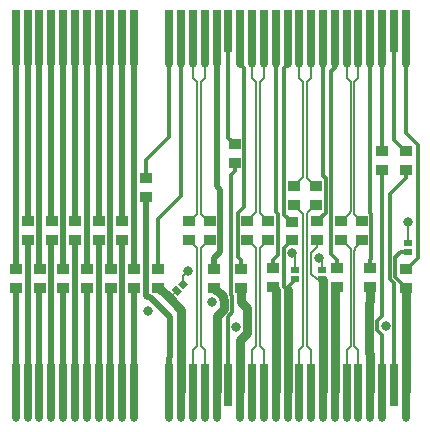
<source format=gtl>
G04 #@! TF.GenerationSoftware,KiCad,Pcbnew,(5.0.0-rc2-dev-707-g2ed24a4)*
G04 #@! TF.CreationDate,2018-05-18T15:55:42+01:00*
G04 #@! TF.ProjectId,pcie-probing-riser,706369652D70726F62696E672D726973,rev?*
G04 #@! TF.SameCoordinates,Original*
G04 #@! TF.FileFunction,Copper,L1,Top,Signal*
G04 #@! TF.FilePolarity,Positive*
%FSLAX46Y46*%
G04 Gerber Fmt 4.6, Leading zero omitted, Abs format (unit mm)*
G04 Created by KiCad (PCBNEW (5.0.0-rc2-dev-707-g2ed24a4)) date Friday, 18 May 2018 at 15:55:42*
%MOMM*%
%LPD*%
G01*
G04 APERTURE LIST*
%ADD10C,0.650000*%
%ADD11R,0.650000X4.600000*%
%ADD12R,0.650000X3.600000*%
%ADD13R,1.000000X0.820000*%
%ADD14C,0.575000*%
%ADD15C,0.100000*%
%ADD16R,0.650000X0.575000*%
%ADD17C,0.800000*%
%ADD18C,0.500000*%
%ADD19C,0.300000*%
%ADD20C,0.150000*%
%ADD21C,0.800000*%
G04 APERTURE END LIST*
D10*
X32975001Y-2825001D03*
D11*
X32975001Y-525001D03*
D12*
X31975001Y-25001D03*
D10*
X30975001Y-2825001D03*
D11*
X30975001Y-525001D03*
D10*
X29975001Y-2825001D03*
D11*
X29975001Y-525001D03*
D10*
X28975001Y-2825001D03*
D11*
X28975001Y-525001D03*
D10*
X27975001Y-2825001D03*
D11*
X27975001Y-525001D03*
D10*
X26975001Y-2825001D03*
D11*
X26975001Y-525001D03*
D10*
X25975001Y-2825001D03*
D11*
X25975001Y-525001D03*
D10*
X24975001Y-2825001D03*
D11*
X24975001Y-525001D03*
D10*
X23975001Y-2825001D03*
D11*
X23975001Y-525001D03*
D10*
X22975001Y-2825001D03*
D11*
X22975001Y-525001D03*
D10*
X21975001Y-2825001D03*
D11*
X21975001Y-525001D03*
D10*
X20975001Y-2825001D03*
D11*
X20975001Y-525001D03*
D10*
X19975001Y-2825001D03*
D11*
X19975001Y-525001D03*
D10*
X18975001Y-2825001D03*
D11*
X18975001Y-525001D03*
D12*
X17975001Y-25001D03*
D10*
X16975001Y-2825001D03*
D11*
X16975001Y-525001D03*
D10*
X15975001Y-2825001D03*
D11*
X15975001Y-525001D03*
D10*
X14975001Y-2825001D03*
D11*
X14975001Y-525001D03*
D10*
X13975001Y-2825001D03*
D11*
X13975001Y-525001D03*
D10*
X12975001Y-2825001D03*
D11*
X12975001Y-525001D03*
D10*
X9975001Y-2825001D03*
D11*
X9975001Y-525001D03*
D10*
X8975001Y-2825001D03*
D11*
X8975001Y-525001D03*
D10*
X7975001Y-2825001D03*
D11*
X7975001Y-525001D03*
D10*
X6975001Y-2825001D03*
D11*
X6975001Y-525001D03*
D10*
X5975001Y-2825001D03*
D11*
X5975001Y-525001D03*
D10*
X4975001Y-2825001D03*
D11*
X4975001Y-525001D03*
D10*
X3975001Y-2825001D03*
D11*
X3975001Y-525001D03*
D10*
X2975001Y-2825001D03*
D11*
X2975001Y-525001D03*
D10*
X1975001Y-2825001D03*
D11*
X1975001Y-525001D03*
D10*
X975001Y-2825001D03*
D11*
X975001Y-525001D03*
D10*
X-24999Y-2825001D03*
D11*
X-24999Y-525001D03*
D13*
X0Y8200000D03*
X0Y9800000D03*
X1000000Y12200000D03*
X1000000Y13800000D03*
X2000000Y8200000D03*
X2000000Y9800000D03*
X3000000Y12200000D03*
X3000000Y13800000D03*
X4000000Y8200000D03*
X4000000Y9800000D03*
X5000000Y12200000D03*
X5000000Y13800000D03*
X6000000Y8200000D03*
X6000000Y9800000D03*
X7000000Y12200000D03*
X7000000Y13800000D03*
X8000000Y8200000D03*
X8000000Y9800000D03*
X9000000Y12200000D03*
X9000000Y13800000D03*
X10000000Y8200000D03*
X10000000Y9800000D03*
X11000000Y15900000D03*
X11000000Y17500000D03*
X12000000Y8200000D03*
X12000000Y9800000D03*
X14605000Y12200000D03*
X14605000Y13800000D03*
X16383000Y12200000D03*
X16383000Y13800000D03*
X16750000Y8200000D03*
X16750000Y9800000D03*
X18500000Y18750000D03*
X18500000Y20350000D03*
X19000000Y8200000D03*
X19000000Y9800000D03*
X19558000Y12250000D03*
X19558000Y13850000D03*
X21336000Y12200000D03*
X21336000Y13800000D03*
X21750000Y8250000D03*
X21750000Y9850000D03*
X23317200Y12192000D03*
X23317200Y13792000D03*
X23495000Y15202000D03*
X23495000Y16802000D03*
X25400000Y15200000D03*
X25400000Y16800000D03*
X25501600Y12204800D03*
X25501600Y13804800D03*
X27178000Y8250000D03*
X27178000Y9850000D03*
X27500000Y12200000D03*
X27500000Y13800000D03*
X29250000Y12200000D03*
X29250000Y13800000D03*
X30000000Y8250000D03*
X30000000Y9850000D03*
X31000000Y18200000D03*
X31000000Y19800000D03*
X33000000Y18200000D03*
X33000000Y19800000D03*
X33000000Y8200000D03*
X33000000Y9800000D03*
D14*
X14142404Y8503604D03*
D15*
G36*
X14168921Y8070501D02*
X13709301Y8530121D01*
X14115887Y8936707D01*
X14575507Y8477087D01*
X14168921Y8070501D01*
X14168921Y8070501D01*
G37*
D14*
X13594396Y7955596D03*
D15*
G36*
X13620913Y7522493D02*
X13161293Y7982113D01*
X13567879Y8388699D01*
X14027499Y7929079D01*
X13620913Y7522493D01*
X13620913Y7522493D01*
G37*
D16*
X23571200Y9683900D03*
X23571200Y8908900D03*
X25908000Y8908900D03*
X25908000Y9683900D03*
X33172400Y12020700D03*
X33172400Y11245700D03*
D11*
X-24999Y29424999D03*
D10*
X-24999Y27124999D03*
D11*
X975001Y29424999D03*
D10*
X975001Y27124999D03*
D11*
X1975001Y29424999D03*
D10*
X1975001Y27124999D03*
D11*
X2975001Y29424999D03*
D10*
X2975001Y27124999D03*
D11*
X3975001Y29424999D03*
D10*
X3975001Y27124999D03*
D11*
X4975001Y29424999D03*
D10*
X4975001Y27124999D03*
D11*
X5975001Y29424999D03*
D10*
X5975001Y27124999D03*
D11*
X6975001Y29424999D03*
D10*
X6975001Y27124999D03*
D11*
X7975001Y29424999D03*
D10*
X7975001Y27124999D03*
D11*
X8975001Y29424999D03*
D10*
X8975001Y27124999D03*
D11*
X9975001Y29424999D03*
D10*
X9975001Y27124999D03*
D11*
X12975001Y29424999D03*
D10*
X12975001Y27124999D03*
D11*
X13975001Y29424999D03*
D10*
X13975001Y27124999D03*
D11*
X14975001Y29424999D03*
D10*
X14975001Y27124999D03*
D11*
X15975001Y29424999D03*
D10*
X15975001Y27124999D03*
D11*
X16975001Y29424999D03*
D10*
X16975001Y27124999D03*
D12*
X17975001Y29924999D03*
D11*
X18975001Y29424999D03*
D10*
X18975001Y27124999D03*
D11*
X19975001Y29424999D03*
D10*
X19975001Y27124999D03*
D11*
X20975001Y29424999D03*
D10*
X20975001Y27124999D03*
D11*
X21975001Y29424999D03*
D10*
X21975001Y27124999D03*
D11*
X22975001Y29424999D03*
D10*
X22975001Y27124999D03*
D11*
X23975001Y29424999D03*
D10*
X23975001Y27124999D03*
D11*
X24975001Y29424999D03*
D10*
X24975001Y27124999D03*
D11*
X25975001Y29424999D03*
D10*
X25975001Y27124999D03*
D11*
X26975001Y29424999D03*
D10*
X26975001Y27124999D03*
D11*
X27975001Y29424999D03*
D10*
X27975001Y27124999D03*
D11*
X28975001Y29424999D03*
D10*
X28975001Y27124999D03*
D11*
X29975001Y29424999D03*
D10*
X29975001Y27124999D03*
D11*
X30975001Y29424999D03*
D10*
X30975001Y27124999D03*
D12*
X31975001Y29924999D03*
D11*
X32975001Y29424999D03*
D10*
X32975001Y27124999D03*
D17*
X31292800Y4927600D03*
X16604279Y6943452D03*
X18606022Y4832780D03*
X11125200Y6248400D03*
X14528800Y9601200D03*
X25620899Y10746550D03*
X23370877Y11174619D03*
X33200011Y13724969D03*
D18*
X-24999Y8175001D02*
X0Y8200000D01*
X-24999Y-525001D02*
X-24999Y8175001D01*
X975001Y12175001D02*
X1000000Y12200000D01*
X975001Y-525001D02*
X975001Y12175001D01*
X1975001Y8175001D02*
X2000000Y8200000D01*
X1975001Y-525001D02*
X1975001Y8175001D01*
X3975001Y8175001D02*
X4000000Y8200000D01*
X3975001Y-525001D02*
X3975001Y8175001D01*
X4975001Y12175001D02*
X5000000Y12200000D01*
X4975001Y-525001D02*
X4975001Y12175001D01*
X6975001Y12175001D02*
X7000000Y12200000D01*
X6975001Y-525001D02*
X6975001Y12175001D01*
X7975001Y8175001D02*
X8000000Y8200000D01*
X7975001Y-525001D02*
X7975001Y8175001D01*
X8975001Y12175001D02*
X9000000Y12200000D01*
X8975001Y-525001D02*
X8975001Y12175001D01*
X9975001Y-525001D02*
X9975001Y7975001D01*
X12975001Y2274999D02*
X13000000Y2299998D01*
X12975001Y-525001D02*
X12975001Y2274999D01*
X13000000Y2299998D02*
X13000000Y5750000D01*
X11000000Y7500000D02*
X11000000Y15900000D01*
X11360001Y7389999D02*
X11110001Y7389999D01*
X11110001Y7389999D02*
X11000000Y7500000D01*
X13000000Y5750000D02*
X11360001Y7389999D01*
D19*
X12975001Y27124999D02*
X12975001Y20975001D01*
X11000000Y19000000D02*
X11000000Y17500000D01*
X12975001Y20975001D02*
X11000000Y19000000D01*
X13975001Y29424999D02*
X13975001Y15975001D01*
X12000000Y14000000D02*
X12000000Y9800000D01*
X13975001Y15975001D02*
X12000000Y14000000D01*
D18*
X17283001Y11243001D02*
X17283001Y16466999D01*
X16750000Y10710000D02*
X17283001Y11243001D01*
X16750000Y9800000D02*
X16750000Y10710000D01*
X16975001Y16774999D02*
X16975001Y29424999D01*
X17283001Y16466999D02*
X16975001Y16774999D01*
D19*
X17975001Y20874999D02*
X18500000Y20350000D01*
X17975001Y29924999D02*
X17975001Y20874999D01*
X17906012Y5705645D02*
X17906012Y2143988D01*
X18199999Y17739999D02*
X18199999Y7549999D01*
X18299990Y6099623D02*
X17906012Y5705645D01*
X18500000Y18750000D02*
X18500000Y18040000D01*
X18299990Y7450008D02*
X18299990Y6099623D01*
X17906012Y2143988D02*
X17975001Y2074999D01*
X18500000Y18040000D02*
X18199999Y17739999D01*
X17975001Y2074999D02*
X17975001Y-25001D01*
X18199999Y7549999D02*
X18299990Y7450008D01*
X19000000Y10510000D02*
X19000000Y9800000D01*
X18757999Y14500001D02*
X18757999Y10752001D01*
X18757999Y10752001D02*
X19000000Y10510000D01*
X19300000Y15042002D02*
X18757999Y14500001D01*
X19300000Y26800000D02*
X19300000Y15042002D01*
X18975001Y27124999D02*
X19300000Y26800000D01*
X21750000Y10560000D02*
X21750000Y9850000D01*
X22136001Y10946001D02*
X21750000Y10560000D01*
X22136001Y14450001D02*
X22136001Y10946001D01*
X21975001Y14611001D02*
X22136001Y14450001D01*
X21975001Y27124999D02*
X21975001Y14611001D01*
X22650002Y26800000D02*
X22650002Y14383198D01*
X22650002Y14383198D02*
X23317200Y13716000D01*
X22975001Y27124999D02*
X22650002Y26800000D01*
X25975001Y17675001D02*
X26200001Y17450001D01*
X25975001Y27124999D02*
X25975001Y17675001D01*
X25501600Y13851598D02*
X25501600Y13804800D01*
X26200001Y14549999D02*
X25501600Y13851598D01*
X26200001Y17450001D02*
X26200001Y14549999D01*
X26975001Y29424999D02*
X26975001Y26824999D01*
X26975001Y26824999D02*
X26699999Y26549997D01*
X26699999Y26549997D02*
X26699999Y11038001D01*
X26699999Y11038001D02*
X27178000Y10560000D01*
X27178000Y10560000D02*
X27178000Y9850000D01*
X30000000Y10560000D02*
X30000000Y9850000D01*
X30050001Y10610001D02*
X30000000Y10560000D01*
X30050001Y14450001D02*
X30050001Y10610001D01*
X29975001Y14525001D02*
X30050001Y14450001D01*
X29975001Y27124999D02*
X29975001Y14525001D01*
X30975001Y4209397D02*
X30975001Y2074999D01*
X31000000Y18200000D02*
X31000000Y5772402D01*
X30592799Y5365201D02*
X30592799Y4591599D01*
X30592799Y4591599D02*
X30975001Y4209397D01*
X31000000Y5772402D02*
X30592799Y5365201D01*
X30975001Y2074999D02*
X30975001Y-525001D01*
X30975001Y19824999D02*
X31000000Y19800000D01*
X30975001Y29424999D02*
X30975001Y19824999D01*
X31975001Y20734999D02*
X32910000Y19800000D01*
X32910000Y19800000D02*
X33000000Y19800000D01*
X31975001Y29924999D02*
X31975001Y20734999D01*
X33000000Y18200000D02*
X33000000Y17490000D01*
X31655589Y8908000D02*
X31992801Y8570789D01*
X33000000Y17490000D02*
X31655589Y16145589D01*
X31655589Y16145589D02*
X31655589Y8908000D01*
X31992801Y8570789D02*
X31992801Y2092799D01*
X31992801Y2092799D02*
X31975001Y2074999D01*
X31975001Y2074999D02*
X31975001Y-25001D01*
X32975001Y21275001D02*
X32975001Y29424999D01*
X34000000Y20250002D02*
X32975001Y21275001D01*
X34000000Y10710000D02*
X34000000Y20250002D01*
X33090000Y9800000D02*
X34000000Y10710000D01*
X33000000Y9800000D02*
X33090000Y9800000D01*
D18*
X-24999Y9824999D02*
X0Y9800000D01*
X-24999Y29424999D02*
X-24999Y9824999D01*
X975001Y13824999D02*
X1000000Y13800000D01*
X975001Y27124999D02*
X975001Y13824999D01*
X1975001Y9824999D02*
X2000000Y9800000D01*
X1975001Y29424999D02*
X1975001Y9824999D01*
X2975001Y13824999D02*
X3000000Y13800000D01*
X2975001Y27124999D02*
X2975001Y13824999D01*
X3975001Y9824999D02*
X4000000Y9800000D01*
X3975001Y27124999D02*
X3975001Y9824999D01*
X4975001Y13824999D02*
X5000000Y13800000D01*
X4975001Y27124999D02*
X4975001Y13824999D01*
X5975001Y9824999D02*
X6000000Y9800000D01*
X5975001Y27124999D02*
X5975001Y9824999D01*
X6975001Y13824999D02*
X7000000Y13800000D01*
X6975001Y27124999D02*
X6975001Y13824999D01*
X7975001Y9824999D02*
X8000000Y9800000D01*
X7975001Y27124999D02*
X7975001Y9824999D01*
X8975001Y13824999D02*
X9000000Y13800000D01*
X8975001Y29424999D02*
X8975001Y13824999D01*
X9975001Y29424999D02*
X9975001Y10024999D01*
X10000000Y10000000D02*
X10000000Y9800000D01*
X9975001Y10024999D02*
X10000000Y10000000D01*
D20*
X14975001Y2925000D02*
X15322501Y3272500D01*
X14975001Y-525001D02*
X14975001Y2925000D01*
X14622400Y12200000D02*
X15036800Y11785600D01*
X14605000Y12200000D02*
X14622400Y12200000D01*
X15036800Y11785600D02*
X15087600Y11785600D01*
X15322501Y11550699D02*
X15322501Y11402165D01*
X15087600Y11785600D02*
X15322501Y11550699D01*
X15322501Y11402165D02*
X15322501Y11131831D01*
X15322501Y3272500D02*
X15322501Y11402165D01*
X14975001Y25974998D02*
X15322501Y25627498D01*
X14975001Y29424999D02*
X14975001Y25974998D01*
X14605000Y13800000D02*
X14663600Y13800000D01*
X14663600Y13800000D02*
X15297511Y14433911D01*
X15297511Y14433911D02*
X15322501Y14938169D01*
X15322501Y25627498D02*
X15297511Y14433911D01*
X15975001Y25974998D02*
X15627501Y25627498D01*
X15975001Y29424999D02*
X15975001Y25974998D01*
X15627501Y25627498D02*
X15627501Y14811833D01*
X16293000Y13800000D02*
X16383000Y13800000D01*
X15627501Y14465499D02*
X16293000Y13800000D01*
X15627501Y14811833D02*
X15627501Y14465499D01*
X15975001Y2925000D02*
X15627501Y3272500D01*
X15975001Y-525001D02*
X15975001Y2925000D01*
X16383000Y12200000D02*
X16314800Y12200000D01*
X15652491Y11265479D02*
X15639991Y11252979D01*
X15639991Y11252979D02*
X15627501Y11258167D01*
X15652491Y11537691D02*
X15652491Y11265479D01*
X16314800Y12200000D02*
X15652491Y11537691D01*
X15627501Y3272500D02*
X15639991Y11252979D01*
X19975001Y25974998D02*
X20322501Y25627498D01*
X19975001Y29424999D02*
X19975001Y25974998D01*
X20322501Y25627498D02*
X20322501Y14838169D01*
X19558000Y13850000D02*
X19558000Y13868400D01*
X20297511Y14607911D02*
X20322501Y14700000D01*
X19558000Y13868400D02*
X20297511Y14607911D01*
X20322501Y14838169D02*
X20297511Y14607911D01*
X19975001Y2925000D02*
X20322501Y3272500D01*
X19975001Y-525001D02*
X19975001Y2925000D01*
X20322501Y3272500D02*
X20322501Y11573998D01*
X19558000Y12250000D02*
X19652400Y12250000D01*
X20322501Y11579899D02*
X20322501Y11573998D01*
X20322501Y11573998D02*
X20322501Y11430000D01*
X19652400Y12250000D02*
X20322501Y11579899D01*
X20975001Y2925000D02*
X20627501Y3272500D01*
X20975001Y-525001D02*
X20975001Y2925000D01*
X20627501Y3272500D02*
X20627501Y11211167D01*
X20639991Y11442490D02*
X20639991Y11430000D01*
X20652491Y11454990D02*
X20639991Y11442490D01*
X20652491Y11559291D02*
X20652491Y11454990D01*
X21336000Y12200000D02*
X21293200Y12200000D01*
X20627501Y11211167D02*
X20639991Y11430000D01*
X20639991Y11430000D02*
X20627501Y11430000D01*
X21293200Y12200000D02*
X20652491Y11559291D01*
X20975001Y25974998D02*
X20627501Y25627498D01*
X20975001Y29424999D02*
X20975001Y25974998D01*
X20627501Y14711833D02*
X20627501Y14700000D01*
X21336000Y13800000D02*
X21336000Y13817600D01*
X20639991Y14568492D02*
X20639991Y14711833D01*
X20627501Y14526099D02*
X20627501Y14556002D01*
X21336000Y13817600D02*
X20627501Y14526099D01*
X20627501Y14556002D02*
X20639991Y14568492D01*
X20639991Y14711833D02*
X20627501Y14711833D01*
X20627501Y25627498D02*
X20639991Y14711833D01*
X23975001Y25974998D02*
X24322501Y25627498D01*
X23975001Y29424999D02*
X23975001Y25974998D01*
X24322501Y25627498D02*
X24322501Y17761831D01*
X23495000Y16802000D02*
X23558400Y16802000D01*
X23558400Y16802000D02*
X24317451Y17561051D01*
X24317451Y17561051D02*
X24322501Y17700000D01*
X24322501Y17761831D02*
X24317451Y17561051D01*
X23975001Y-525001D02*
X23975001Y2925000D01*
X23975001Y2925000D02*
X24322501Y3272500D01*
X23507600Y15202000D02*
X24310011Y14399589D01*
X24310011Y14399589D02*
X24322501Y14196831D01*
X23495000Y15202000D02*
X23507600Y15202000D01*
X24322501Y3272500D02*
X24310011Y14399589D01*
X24975001Y2925000D02*
X24627501Y3272500D01*
X24975001Y-525001D02*
X24975001Y2925000D01*
X25400000Y15200000D02*
X25360000Y15200000D01*
X24640000Y14480000D02*
X24640000Y14323167D01*
X25360000Y15200000D02*
X24640000Y14480000D01*
X24640000Y14323167D02*
X24627501Y14323167D01*
X24627501Y3272500D02*
X24640000Y14323167D01*
X24975001Y25974998D02*
X24627501Y25627498D01*
X24975001Y29424999D02*
X24975001Y25974998D01*
X24627501Y25627498D02*
X24627501Y17888167D01*
X25400000Y16800000D02*
X25364000Y16800000D01*
X24647440Y17697738D02*
X24640375Y17704803D01*
X24647440Y17516560D02*
X24647440Y17697738D01*
X25364000Y16800000D02*
X24647440Y17516560D01*
X24640375Y17704803D02*
X24627501Y17700000D01*
X24627501Y17888167D02*
X24640375Y17704803D01*
X27975001Y25974998D02*
X28322501Y25627498D01*
X27975001Y29424999D02*
X27975001Y25974998D01*
X28322501Y25627498D02*
X28322501Y14888169D01*
X27500000Y13800000D02*
X27566800Y13800000D01*
X27566800Y13800000D02*
X28297511Y14530711D01*
X28297511Y14530711D02*
X28322501Y14700000D01*
X28322501Y14888169D02*
X28297511Y14530711D01*
X27975001Y2925000D02*
X28322501Y3272500D01*
X27975001Y-525001D02*
X27975001Y2925000D01*
X27500000Y12200000D02*
X27627200Y12200000D01*
X28322501Y11504699D02*
X28322501Y11483165D01*
X27627200Y12200000D02*
X28322501Y11504699D01*
X28322501Y11483165D02*
X28322501Y11212831D01*
X28322501Y3272500D02*
X28322501Y11483165D01*
X28975001Y2925000D02*
X28627501Y3272500D01*
X28975001Y-525001D02*
X28975001Y2925000D01*
X28639991Y11351657D02*
X28639991Y11339167D01*
X28652491Y11583691D02*
X28652491Y11364157D01*
X29250000Y12181200D02*
X28652491Y11583691D01*
X28639991Y11339167D02*
X28627501Y11339167D01*
X28652491Y11364157D02*
X28639991Y11351657D01*
X29250000Y12200000D02*
X29250000Y12181200D01*
X28627501Y3272500D02*
X28639991Y11339167D01*
X28975001Y25974998D02*
X28627501Y25627498D01*
X28975001Y29424999D02*
X28975001Y25974998D01*
X28627501Y25627498D02*
X28627501Y14761833D01*
X29250000Y13800000D02*
X29250000Y13828400D01*
X28639991Y14568492D02*
X28639991Y14700000D01*
X28627501Y14556002D02*
X28639991Y14568492D01*
X28627501Y14450899D02*
X28627501Y14556002D01*
X29250000Y13828400D02*
X28627501Y14450899D01*
X28639991Y14700000D02*
X28627501Y14700000D01*
X28627501Y14761833D02*
X28639991Y14700000D01*
D18*
X2975001Y12175001D02*
X3000000Y12200000D01*
X2975001Y-525001D02*
X2975001Y12175001D01*
X5975001Y8175001D02*
X6000000Y8200000D01*
X5975001Y-525001D02*
X5975001Y8175001D01*
D21*
X12090000Y8200000D02*
X12000000Y8200000D01*
X13975001Y-525001D02*
X13975001Y6314999D01*
D20*
X13004800Y7366000D02*
X12924000Y7366000D01*
D21*
X12924000Y7366000D02*
X12090000Y8200000D01*
D20*
X13594396Y7955596D02*
X13004800Y7366000D01*
D21*
X13975001Y6314999D02*
X12924000Y7366000D01*
X16975001Y5785115D02*
X17599979Y6410093D01*
X17499988Y7260045D02*
X17499988Y7450012D01*
X17599979Y7160054D02*
X17499988Y7260045D01*
X16975001Y-525001D02*
X16975001Y5785115D01*
X17599979Y6410093D02*
X17599979Y7160054D01*
X17499988Y7450012D02*
X16750000Y8200000D01*
X18975001Y3795757D02*
X19556023Y4376779D01*
X19556023Y6433977D02*
X19000000Y6990000D01*
X19000000Y6990000D02*
X19000000Y8200000D01*
X19556023Y4376779D02*
X19556023Y6433977D01*
X18975001Y-525001D02*
X18975001Y3795757D01*
X21975001Y8024999D02*
X21750000Y8250000D01*
X21975001Y-525001D02*
X21975001Y8024999D01*
X22975001Y-525001D02*
X22975001Y7975001D01*
D19*
X23571200Y8908900D02*
X23571200Y8839200D01*
X22975001Y8243001D02*
X22975001Y7975001D01*
X23571200Y8839200D02*
X22975001Y8243001D01*
X23317200Y12192000D02*
X22670875Y11545675D01*
X22670875Y11545675D02*
X22670875Y8279127D01*
X22670875Y8279127D02*
X22975001Y7975001D01*
D20*
X25433000Y8908900D02*
X24993600Y9348300D01*
X25908000Y8908900D02*
X25433000Y8908900D01*
X25501600Y11644800D02*
X25501600Y12204800D01*
X24993600Y11136800D02*
X25501600Y11644800D01*
X24993600Y9348300D02*
X24993600Y11136800D01*
D21*
X25975001Y8841899D02*
X25970501Y8846399D01*
X25975001Y-525001D02*
X25975001Y8841899D01*
X26975001Y8047001D02*
X27178000Y8250000D01*
X26975001Y-525001D02*
X26975001Y8047001D01*
X29892788Y6932788D02*
X30000000Y7040000D01*
X30000000Y7040000D02*
X30000000Y8250000D01*
X29892788Y2657212D02*
X29892788Y6932788D01*
X29975001Y-525001D02*
X29975001Y2574999D01*
X29975001Y2574999D02*
X29892788Y2657212D01*
X32975001Y8175001D02*
X33000000Y8200000D01*
X32975001Y-525001D02*
X32975001Y8175001D01*
D19*
X32547400Y11245700D02*
X32105600Y10803900D01*
X33172400Y11245700D02*
X32547400Y11245700D01*
X32105600Y9094400D02*
X33000000Y8200000D01*
X32105600Y10803900D02*
X32105600Y9094400D01*
D20*
X14142404Y9214804D02*
X14528800Y9601200D01*
X14142404Y8503604D02*
X14142404Y9214804D01*
X25908000Y9683900D02*
X25908000Y10459449D01*
X25908000Y10459449D02*
X25620899Y10746550D01*
X23571200Y9683900D02*
X23571200Y10974296D01*
X23571200Y10974296D02*
X23370877Y11174619D01*
X33172400Y12020700D02*
X33172400Y13697358D01*
X33172400Y13697358D02*
X33200011Y13724969D01*
M02*

</source>
